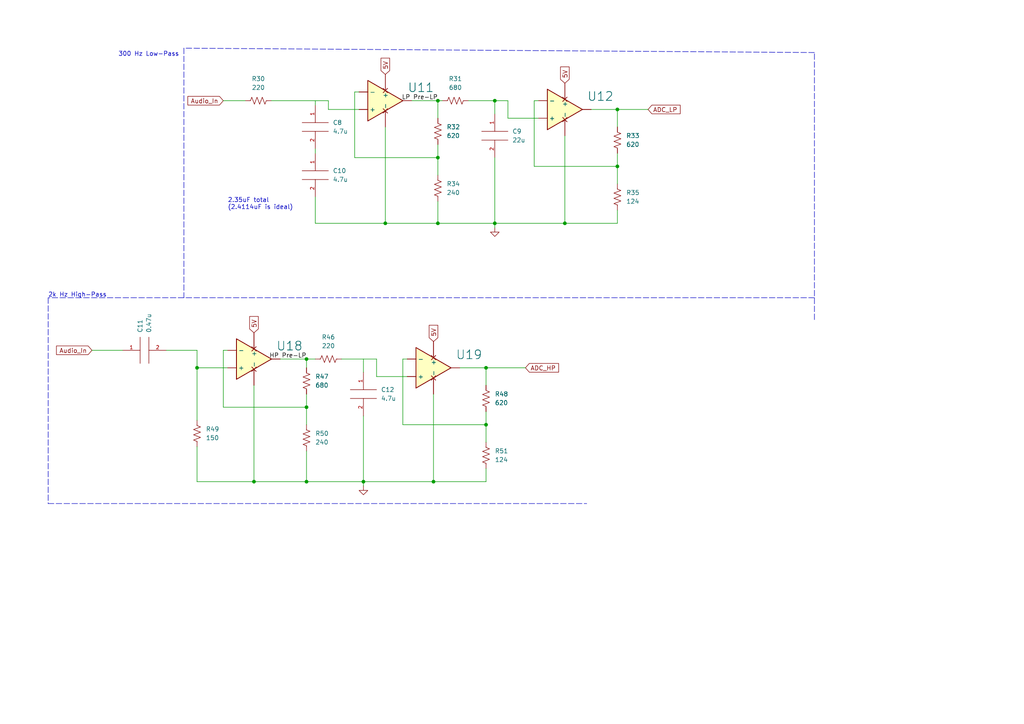
<source format=kicad_sch>
(kicad_sch (version 20211123) (generator eeschema)
  (paper "A4")
  (title_block (title "High and Low Pass Filters with Bar Graph LEDs"))
  (lib_symbols
    (symbol "Device:R_US" (pin_numbers hide) (pin_names (offset 0))
      (property "Reference" "R" (at 2.54 0 90))
      (property "Value" "R_US" (at -2.54 0 90))
      (symbol "R_US_0_1"
        (polyline (pts (xy 0 -2.286) (xy 0 -2.54)))
        (polyline (pts (xy 0 2.286) (xy 0 2.54)))
        (polyline (pts (xy 0 -0.762) (xy 1.016 -1.143) (xy 0 -1.524) (xy -1.016 -1.905) (xy 0 -2.286)))
        (polyline (pts (xy 0 0.762) (xy 1.016 0.381) (xy 0 0) (xy -1.016 -0.381) (xy 0 -0.762)))
        (polyline (pts (xy 0 2.286) (xy 1.016 1.905) (xy 0 1.524) (xy -1.016 1.143) (xy 0 0.762)))
      )
      (symbol "R_US_1_1"
        (pin passive line (at 0 3.81 270) (length 1.27) (name "~") (number "1"))
        (pin passive line (at 0 -3.81 90) (length 1.27) (name "~") (number "2"))
      )
    )
    (symbol "Generic:X-opamp,IEEE" (pin_numbers hide)
      (property "Reference" "U" (at 6.35 3.81 0))
      (property "Value" "X-opamp,IEEE" (at 6.35 -3.81 0))
      (symbol "X-opamp,IEEE_1_1"
        (polyline (pts (xy 5.08 0) (xy -5.08 5.8674) (xy -5.08 -5.8674) (xy 5.08 0)) (stroke (width 0.254)) (fill (type background)))
        (pin input line (at -7.62 -2.54 0) (length 2.54) (name "+") (number "1"))
        (pin input line (at -7.62 2.54 0) (length 2.54) (name "-") (number "2"))
        (pin power_in non_logic (at 0 7.62 270) (length 4.6736) (name "+") (number "3"))
        (pin power_in non_logic (at 0 -7.62 90) (length 4.6736) (name "-") (number "4"))
        (pin output line (at 7.62 0 180) (length 2.54) (name "OUT") (number "5"))
      )
    )
    (symbol "power:GND" (power) (pin_names (offset 0))
      (property "Value" "GND" (at 0 -3.81 0))
      (symbol "GND_0_1"
        (polyline (pts (xy 0 0) (xy 0 -1.27) (xy 1.27 -1.27) (xy 0 -2.54) (xy -1.27 -1.27) (xy 0 -1.27)))
      )
      (symbol "GND_1_1"
        (pin power_in line (at 0 0 270) (length 0) hide (name "GND") (number "1"))
      )
    )
    (symbol "pspice:C" (pin_names (offset 0.254))
      (property "Reference" "C" (at 2.54 3.81 90))
      (property "Value" "C" (at 2.54 -3.81 90))
      (symbol "C_0_1"
        (polyline (pts (xy -3.81 -1.27) (xy 3.81 -1.27)))
        (polyline (pts (xy -3.81 1.27) (xy 3.81 1.27)))
      )
      (symbol "C_1_1"
        (pin passive line (at 0 6.35 270) (length 5.08) (name "~") (number "1"))
        (pin passive line (at 0 -6.35 90) (length 5.08) (name "~") (number "2"))
      )
    )
  )
  (junction (at 88.9 139.7))
  (junction (at 143.51 64.77))
  (junction (at 125.73 139.7))
  (junction (at 163.83 64.77))
  (junction (at 88.9 104.14))
  (junction (at 140.97 106.68))
  (junction (at 140.97 123.19))
  (junction (at 127 29.21))
  (junction (at 127 45.72))
  (junction (at 88.9 118.11))
  (junction (at 179.07 48.26))
  (junction (at 105.41 139.7))
  (junction (at 143.51 29.21))
  (junction (at 57.15 106.68))
  (junction (at 127 64.77))
  (junction (at 179.07 31.75))
  (junction (at 111.76 64.77))
  (junction (at 73.66 139.7))
  (wire (pts (xy 116.84 123.19) (xy 116.84 104.14)))
  (wire (pts (xy 125.73 139.7) (xy 105.41 139.7)))
  (wire (pts (xy 143.51 45.72) (xy 143.51 64.77)))
  (wire (pts (xy 119.38 29.21) (xy 127 29.21)))
  (wire (pts (xy 105.41 120.65) (xy 105.41 139.7)))
  (wire (pts (xy 111.76 36.83) (xy 111.76 64.77)))
  (wire (pts (xy 57.15 106.68) (xy 57.15 101.6)))
  (polyline (pts (xy 236.22 92.71) (xy 236.22 15.24)))
  (wire (pts (xy 26.67 101.6) (xy 35.56 101.6)))
  (wire (pts (xy 179.07 31.75) (xy 179.07 36.83)))
  (wire (pts (xy 179.07 48.26) (xy 179.07 53.34)))
  (wire (pts (xy 91.44 30.48) (xy 91.44 29.21)))
  (wire (pts (xy 127 64.77) (xy 143.51 64.77)))
  (wire (pts (xy 88.9 139.7) (xy 105.41 139.7)))
  (wire (pts (xy 116.84 104.14) (xy 118.11 104.14)))
  (polyline (pts (xy 13.97 86.36) (xy 13.97 146.05)))
  (wire (pts (xy 179.07 31.75) (xy 187.96 31.75)))
  (wire (pts (xy 88.9 130.81) (xy 88.9 139.7)))
  (wire (pts (xy 125.73 114.3) (xy 125.73 139.7)))
  (wire (pts (xy 140.97 106.68) (xy 140.97 111.76)))
  (wire (pts (xy 143.51 33.02) (xy 143.51 29.21)))
  (polyline (pts (xy 236.22 86.36) (xy 13.97 86.36)))
  (wire (pts (xy 57.15 106.68) (xy 57.15 121.92)))
  (wire (pts (xy 64.77 29.21) (xy 71.12 29.21)))
  (wire (pts (xy 154.94 29.21) (xy 156.21 29.21)))
  (wire (pts (xy 78.74 29.21) (xy 95.25 29.21)))
  (wire (pts (xy 140.97 119.38) (xy 140.97 123.19)))
  (wire (pts (xy 143.51 64.77) (xy 143.51 66.04)))
  (wire (pts (xy 105.41 139.7) (xy 105.41 140.97)))
  (wire (pts (xy 57.15 106.68) (xy 66.04 106.68)))
  (polyline (pts (xy 236.22 15.24) (xy 53.34 13.97)))
  (wire (pts (xy 109.22 109.22) (xy 118.11 109.22)))
  (wire (pts (xy 140.97 139.7) (xy 125.73 139.7)))
  (wire (pts (xy 135.89 29.21) (xy 143.51 29.21)))
  (wire (pts (xy 102.87 26.67) (xy 104.14 26.67)))
  (wire (pts (xy 95.25 31.75) (xy 104.14 31.75)))
  (wire (pts (xy 127 29.21) (xy 127 34.29)))
  (wire (pts (xy 105.41 107.95) (xy 105.41 104.14)))
  (wire (pts (xy 91.44 43.18) (xy 91.44 44.45)))
  (wire (pts (xy 154.94 48.26) (xy 179.07 48.26)))
  (wire (pts (xy 73.66 139.7) (xy 88.9 139.7)))
  (wire (pts (xy 111.76 64.77) (xy 91.44 64.77)))
  (wire (pts (xy 99.06 104.14) (xy 109.22 104.14)))
  (wire (pts (xy 147.32 29.21) (xy 147.32 34.29)))
  (polyline (pts (xy 53.34 13.97) (xy 53.34 86.36)))
  (wire (pts (xy 88.9 104.14) (xy 91.44 104.14)))
  (wire (pts (xy 127 41.91) (xy 127 45.72)))
  (wire (pts (xy 57.15 129.54) (xy 57.15 139.7)))
  (wire (pts (xy 179.07 60.96) (xy 179.07 64.77)))
  (wire (pts (xy 95.25 31.75) (xy 95.25 29.21)))
  (wire (pts (xy 88.9 114.3) (xy 88.9 118.11)))
  (wire (pts (xy 179.07 64.77) (xy 163.83 64.77)))
  (wire (pts (xy 64.77 118.11) (xy 64.77 101.6)))
  (wire (pts (xy 127 29.21) (xy 128.27 29.21)))
  (polyline (pts (xy 13.97 146.05) (xy 170.18 146.05)))
  (wire (pts (xy 102.87 45.72) (xy 102.87 26.67)))
  (wire (pts (xy 171.45 31.75) (xy 179.07 31.75)))
  (wire (pts (xy 109.22 109.22) (xy 109.22 104.14)))
  (wire (pts (xy 88.9 118.11) (xy 88.9 123.19)))
  (wire (pts (xy 64.77 101.6) (xy 66.04 101.6)))
  (wire (pts (xy 91.44 57.15) (xy 91.44 64.77)))
  (wire (pts (xy 88.9 104.14) (xy 88.9 106.68)))
  (wire (pts (xy 140.97 135.89) (xy 140.97 139.7)))
  (wire (pts (xy 127 45.72) (xy 127 50.8)))
  (wire (pts (xy 147.32 34.29) (xy 156.21 34.29)))
  (wire (pts (xy 143.51 64.77) (xy 163.83 64.77)))
  (wire (pts (xy 111.76 64.77) (xy 127 64.77)))
  (wire (pts (xy 116.84 123.19) (xy 140.97 123.19)))
  (wire (pts (xy 179.07 44.45) (xy 179.07 48.26)))
  (wire (pts (xy 102.87 45.72) (xy 127 45.72)))
  (wire (pts (xy 81.28 104.14) (xy 88.9 104.14)))
  (wire (pts (xy 140.97 123.19) (xy 140.97 128.27)))
  (wire (pts (xy 140.97 106.68) (xy 152.4 106.68)))
  (wire (pts (xy 73.66 139.7) (xy 57.15 139.7)))
  (wire (pts (xy 133.35 106.68) (xy 140.97 106.68)))
  (wire (pts (xy 163.83 39.37) (xy 163.83 64.77)))
  (wire (pts (xy 154.94 48.26) (xy 154.94 29.21)))
  (wire (pts (xy 48.26 101.6) (xy 57.15 101.6)))
  (wire (pts (xy 147.32 29.21) (xy 143.51 29.21)))
  (wire (pts (xy 73.66 111.76) (xy 73.66 139.7)))
  (wire (pts (xy 64.77 118.11) (xy 88.9 118.11)))
  (wire (pts (xy 127 58.42) (xy 127 64.77)))
  (text "2k Hz High-Pass" (at 13.97 86.36 0) (effects (font (size 1.27 1.27)) (justify left bottom)))
  (text "2.35uF total\n(2.4114uF is ideal)" (at 66.04 60.96 0) (effects (font (size 1.27 1.27)) (justify left bottom)))
  (text "300 Hz Low-Pass" (at 34.29 16.51 0) (effects (font (size 1.27 1.27)) (justify left bottom)))
  (label "HP Pre-LP" (at 88.9 104.14 180))
  (label "LP Pre-LP" (at 127 29.21 180))
  (global_label "5V" (shape input) (at 111.76 21.59 90) (property "Intersheet References" "${INTERSHEET_REFS}" (effects hide)))
  (global_label "ADC_HP" (shape input) (at 152.4 106.68 0) (property "Intersheet References" "${INTERSHEET_REFS}" (effects hide)))
  (global_label "ADC_LP" (shape input) (at 187.96 31.75 0) (property "Intersheet References" "${INTERSHEET_REFS}" (effects hide)))
  (global_label "Audio_In" (shape input) (at 26.67 101.6 180) (property "Intersheet References" "${INTERSHEET_REFS}" (effects hide)))
  (global_label "Audio_In" (shape input) (at 64.77 29.21 180) (property "Intersheet References" "${INTERSHEET_REFS}" (effects hide)))
  (global_label "5V" (shape input) (at 73.66 96.52 90) (property "Intersheet References" "${INTERSHEET_REFS}" (effects hide)))
  (global_label "5V" (shape input) (at 125.73 99.06 90) (property "Intersheet References" "${INTERSHEET_REFS}" (effects hide)))
  (global_label "5V" (shape input) (at 163.83 24.13 90) (property "Intersheet References" "${INTERSHEET_REFS}" (effects hide)))
  (symbol (lib_id "power:GND") (at 143.51 66.04 0) (unit 1)
    (property "Reference" "#PWR018" (effects hide))
    (property "Value" "GND" (effects hide))
  )
  (symbol (lib_id "Device:R_US") (at 127 54.61 180) (unit 1)
    (property "Reference" "R34" (at 129.54 53.3399 0) (effects (justify right)))
    (property "Value" "240" (at 129.54 55.8799 0) (effects (justify right)))
  )
  (symbol (lib_id "Device:R_US") (at 127 38.1 180) (unit 1)
    (property "Reference" "R32" (at 129.54 36.8299 0) (effects (justify right)))
    (property "Value" "620" (at 129.54 39.3699 0) (effects (justify right)))
  )
  (symbol (lib_id "Device:R_US") (at 132.08 29.21 90) (unit 1)
    (property "Reference" "R31" (at 132.08 22.86 90))
    (property "Value" "680" (at 132.08 25.4 90))
  )
  (symbol (lib_id "pspice:C") (at 41.91 101.6 90) (unit 1)
    (property "Reference" "C11" (at 40.6399 96.52 0) (effects (justify left)))
    (property "Value" "0.47u" (at 43.1799 96.52 0) (effects (justify left)))
  )
  (symbol (lib_id "Device:R_US") (at 179.07 57.15 180) (unit 1)
    (property "Reference" "R35" (at 181.61 55.8799 0) (effects (justify right)))
    (property "Value" "124" (at 181.61 58.4199 0) (effects (justify right)))
  )
  (symbol (lib_id "Device:R_US") (at 140.97 115.57 180) (unit 1)
    (property "Reference" "R48" (at 143.51 114.2999 0) (effects (justify right)))
    (property "Value" "620" (at 143.51 116.8399 0) (effects (justify right)))
  )
  (symbol (lib_id "Device:R_US") (at 88.9 127 180) (unit 1)
    (property "Reference" "R50" (at 91.44 125.7299 0) (effects (justify right)))
    (property "Value" "240" (at 91.44 128.2699 0) (effects (justify right)))
  )
  (symbol (lib_id "Device:R_US") (at 74.93 29.21 90) (unit 1)
    (property "Reference" "R30" (at 74.93 22.86 90))
    (property "Value" "220" (at 74.93 25.4 90))
  )
  (symbol (lib_id "Device:R_US") (at 179.07 40.64 180) (unit 1)
    (property "Reference" "R33" (at 181.61 39.3699 0) (effects (justify right)))
    (property "Value" "620" (at 181.61 41.9099 0) (effects (justify right)))
  )
  (symbol (lib_id "Device:R_US") (at 140.97 132.08 180) (unit 1)
    (property "Reference" "R51" (at 143.51 130.8099 0) (effects (justify right)))
    (property "Value" "124" (at 143.51 133.3499 0) (effects (justify right)))
  )
  (symbol (lib_id "Device:R_US") (at 57.15 125.73 180) (unit 1)
    (property "Reference" "R49" (at 59.69 124.4599 0) (effects (justify right)))
    (property "Value" "150" (at 59.69 126.9999 0) (effects (justify right)))
  )
  (symbol (lib_id "Device:R_US") (at 95.25 104.14 90) (unit 1)
    (property "Reference" "R46" (at 95.25 97.79 90))
    (property "Value" "220" (at 95.25 100.33 90))
  )
  (symbol (lib_id "Generic:X-opamp,IEEE") (at 111.76 29.21 0) (unit 1)
    (property "Reference" "U11" (at 118.11 25.4 0) (effects (font (size 2.54 2.54)) (justify left)))
    (property "Value" "X-opamp,IEEE" (effects hide))
    (property "Spice_Primitive" "X" (effects hide))
    (property "Spice_Model" "genopa1" (effects hide))
    (property "Spice_Netlist_Enabled" "Y" (effects hide))
    (property "Spice_Lib_File" "C:\\Users\\rydog\\Desktop\\basic_models\\OpAmps\\generic_opamp.lib" (effects hide))
  )
  (symbol (lib_id "Generic:X-opamp,IEEE") (at 163.83 31.75 0) (unit 1)
    (property "Reference" "U12" (at 170.18 27.94 0) (effects (font (size 2.54 2.54)) (justify left)))
    (property "Value" "X-opamp,IEEE" (effects hide))
    (property "Spice_Primitive" "X" (effects hide))
    (property "Spice_Model" "genopa1" (effects hide))
    (property "Spice_Netlist_Enabled" "Y" (effects hide))
    (property "Spice_Lib_File" "C:\\Users\\rydog\\Desktop\\basic_models\\OpAmps\\generic_opamp.lib" (effects hide))
  )
  (symbol (lib_id "Generic:X-opamp,IEEE") (at 125.73 106.68 0) (unit 1)
    (property "Reference" "U19" (at 132.08 102.87 0) (effects (font (size 2.54 2.54)) (justify left)))
    (property "Value" "X-opamp,IEEE" (effects hide))
    (property "Spice_Primitive" "X" (effects hide))
    (property "Spice_Model" "genopa1" (effects hide))
    (property "Spice_Netlist_Enabled" "Y" (effects hide))
    (property "Spice_Lib_File" "C:\\Users\\rydog\\Desktop\\basic_models\\OpAmps\\generic_opamp.lib" (effects hide))
  )
  (symbol (lib_id "pspice:C") (at 105.41 114.3 0) (unit 1)
    (property "Reference" "C12" (at 110.49 113.03 0) (effects (justify left)))
    (property "Value" "4.7u" (at 110.49 115.57 0) (effects (justify left)))
  )
  (symbol (lib_id "Device:R_US") (at 88.9 110.49 180) (unit 1)
    (property "Reference" "R47" (at 91.44 109.2199 0) (effects (justify right)))
    (property "Value" "680" (at 91.44 111.7599 0) (effects (justify right)))
  )
  (symbol (lib_id "pspice:C") (at 91.44 50.8 0) (unit 1)
    (property "Reference" "C10" (at 96.52 49.53 0) (effects (justify left)))
    (property "Value" "4.7u" (at 96.52 52.07 0) (effects (justify left)))
  )
  (symbol (lib_id "power:GND") (at 105.41 140.97 0) (unit 1)
    (property "Reference" "#PWR025" (effects hide))
    (property "Value" "GND" (effects hide))
  )
  (symbol (lib_id "pspice:C") (at 143.51 39.37 0) (unit 1)
    (property "Reference" "C9" (at 148.59 38.1 0) (effects (justify left)))
    (property "Value" "22u" (at 148.59 40.64 0) (effects (justify left)))
  )
  (symbol (lib_id "Generic:X-opamp,IEEE") (at 73.66 104.14 0) (unit 1)
    (property "Reference" "U18" (at 80.01 100.33 0) (effects (font (size 2.54 2.54)) (justify left)))
    (property "Value" "X-opamp,IEEE" (effects hide))
    (property "Spice_Primitive" "X" (effects hide))
    (property "Spice_Model" "genopa1" (effects hide))
    (property "Spice_Netlist_Enabled" "Y" (effects hide))
    (property "Spice_Lib_File" "C:\\Users\\rydog\\Desktop\\basic_models\\OpAmps\\generic_opamp.lib" (effects hide))
  )
  (symbol (lib_id "pspice:C") (at 91.44 36.83 0) (unit 1)
    (property "Reference" "C8" (at 96.52 35.5599 0) (effects (justify left)))
    (property "Value" "4.7u" (at 96.52 38.0999 0) (effects (justify left)))
  )
)
</source>
